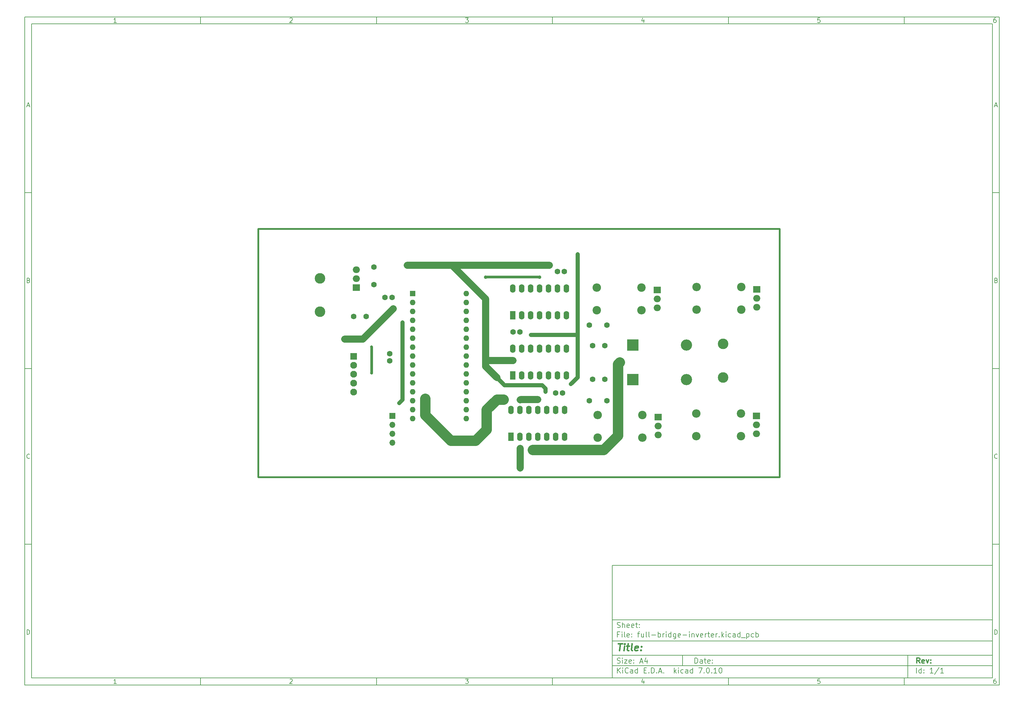
<source format=gbr>
%TF.GenerationSoftware,KiCad,Pcbnew,7.0.10*%
%TF.CreationDate,2024-06-15T06:46:59+07:00*%
%TF.ProjectId,full-bridge-inverter,66756c6c-2d62-4726-9964-67652d696e76,rev?*%
%TF.SameCoordinates,Original*%
%TF.FileFunction,Copper,L1,Top*%
%TF.FilePolarity,Positive*%
%FSLAX46Y46*%
G04 Gerber Fmt 4.6, Leading zero omitted, Abs format (unit mm)*
G04 Created by KiCad (PCBNEW 7.0.10) date 2024-06-15 06:46:59*
%MOMM*%
%LPD*%
G01*
G04 APERTURE LIST*
%ADD10C,0.100000*%
%ADD11C,0.150000*%
%ADD12C,0.300000*%
%ADD13C,0.400000*%
%TA.AperFunction,NonConductor*%
%ADD14C,0.500000*%
%TD*%
%TA.AperFunction,ComponentPad*%
%ADD15C,2.400000*%
%TD*%
%TA.AperFunction,ComponentPad*%
%ADD16O,2.400000X2.400000*%
%TD*%
%TA.AperFunction,ComponentPad*%
%ADD17R,2.000000X1.905000*%
%TD*%
%TA.AperFunction,ComponentPad*%
%ADD18O,2.000000X1.905000*%
%TD*%
%TA.AperFunction,ComponentPad*%
%ADD19C,1.600000*%
%TD*%
%TA.AperFunction,ComponentPad*%
%ADD20R,3.200000X3.200000*%
%TD*%
%TA.AperFunction,ComponentPad*%
%ADD21O,3.200000X3.200000*%
%TD*%
%TA.AperFunction,ComponentPad*%
%ADD22C,3.000000*%
%TD*%
%TA.AperFunction,ComponentPad*%
%ADD23C,1.930400*%
%TD*%
%TA.AperFunction,ComponentPad*%
%ADD24R,1.930400X1.930400*%
%TD*%
%TA.AperFunction,ComponentPad*%
%ADD25R,1.700000X1.700000*%
%TD*%
%TA.AperFunction,ComponentPad*%
%ADD26O,1.700000X1.700000*%
%TD*%
%TA.AperFunction,ComponentPad*%
%ADD27R,1.600000X1.600000*%
%TD*%
%TA.AperFunction,ComponentPad*%
%ADD28O,1.600000X1.600000*%
%TD*%
%TA.AperFunction,ComponentPad*%
%ADD29R,1.600000X2.400000*%
%TD*%
%TA.AperFunction,ComponentPad*%
%ADD30O,1.600000X2.400000*%
%TD*%
%TA.AperFunction,ViaPad*%
%ADD31C,0.800000*%
%TD*%
%TA.AperFunction,ViaPad*%
%ADD32C,1.000000*%
%TD*%
%TA.AperFunction,Conductor*%
%ADD33C,1.200000*%
%TD*%
%TA.AperFunction,Conductor*%
%ADD34C,2.000000*%
%TD*%
%TA.AperFunction,Conductor*%
%ADD35C,0.800000*%
%TD*%
%TA.AperFunction,Conductor*%
%ADD36C,3.000000*%
%TD*%
G04 APERTURE END LIST*
D10*
D11*
X177002200Y-166007200D02*
X285002200Y-166007200D01*
X285002200Y-198007200D01*
X177002200Y-198007200D01*
X177002200Y-166007200D01*
D10*
D11*
X10000000Y-10000000D02*
X287002200Y-10000000D01*
X287002200Y-200007200D01*
X10000000Y-200007200D01*
X10000000Y-10000000D01*
D10*
D11*
X12000000Y-12000000D02*
X285002200Y-12000000D01*
X285002200Y-198007200D01*
X12000000Y-198007200D01*
X12000000Y-12000000D01*
D10*
D11*
X60000000Y-12000000D02*
X60000000Y-10000000D01*
D10*
D11*
X110000000Y-12000000D02*
X110000000Y-10000000D01*
D10*
D11*
X160000000Y-12000000D02*
X160000000Y-10000000D01*
D10*
D11*
X210000000Y-12000000D02*
X210000000Y-10000000D01*
D10*
D11*
X260000000Y-12000000D02*
X260000000Y-10000000D01*
D10*
D11*
X36089160Y-11593604D02*
X35346303Y-11593604D01*
X35717731Y-11593604D02*
X35717731Y-10293604D01*
X35717731Y-10293604D02*
X35593922Y-10479319D01*
X35593922Y-10479319D02*
X35470112Y-10603128D01*
X35470112Y-10603128D02*
X35346303Y-10665033D01*
D10*
D11*
X85346303Y-10417414D02*
X85408207Y-10355509D01*
X85408207Y-10355509D02*
X85532017Y-10293604D01*
X85532017Y-10293604D02*
X85841541Y-10293604D01*
X85841541Y-10293604D02*
X85965350Y-10355509D01*
X85965350Y-10355509D02*
X86027255Y-10417414D01*
X86027255Y-10417414D02*
X86089160Y-10541223D01*
X86089160Y-10541223D02*
X86089160Y-10665033D01*
X86089160Y-10665033D02*
X86027255Y-10850747D01*
X86027255Y-10850747D02*
X85284398Y-11593604D01*
X85284398Y-11593604D02*
X86089160Y-11593604D01*
D10*
D11*
X135284398Y-10293604D02*
X136089160Y-10293604D01*
X136089160Y-10293604D02*
X135655826Y-10788842D01*
X135655826Y-10788842D02*
X135841541Y-10788842D01*
X135841541Y-10788842D02*
X135965350Y-10850747D01*
X135965350Y-10850747D02*
X136027255Y-10912652D01*
X136027255Y-10912652D02*
X136089160Y-11036461D01*
X136089160Y-11036461D02*
X136089160Y-11345985D01*
X136089160Y-11345985D02*
X136027255Y-11469795D01*
X136027255Y-11469795D02*
X135965350Y-11531700D01*
X135965350Y-11531700D02*
X135841541Y-11593604D01*
X135841541Y-11593604D02*
X135470112Y-11593604D01*
X135470112Y-11593604D02*
X135346303Y-11531700D01*
X135346303Y-11531700D02*
X135284398Y-11469795D01*
D10*
D11*
X185965350Y-10726938D02*
X185965350Y-11593604D01*
X185655826Y-10231700D02*
X185346303Y-11160271D01*
X185346303Y-11160271D02*
X186151064Y-11160271D01*
D10*
D11*
X236027255Y-10293604D02*
X235408207Y-10293604D01*
X235408207Y-10293604D02*
X235346303Y-10912652D01*
X235346303Y-10912652D02*
X235408207Y-10850747D01*
X235408207Y-10850747D02*
X235532017Y-10788842D01*
X235532017Y-10788842D02*
X235841541Y-10788842D01*
X235841541Y-10788842D02*
X235965350Y-10850747D01*
X235965350Y-10850747D02*
X236027255Y-10912652D01*
X236027255Y-10912652D02*
X236089160Y-11036461D01*
X236089160Y-11036461D02*
X236089160Y-11345985D01*
X236089160Y-11345985D02*
X236027255Y-11469795D01*
X236027255Y-11469795D02*
X235965350Y-11531700D01*
X235965350Y-11531700D02*
X235841541Y-11593604D01*
X235841541Y-11593604D02*
X235532017Y-11593604D01*
X235532017Y-11593604D02*
X235408207Y-11531700D01*
X235408207Y-11531700D02*
X235346303Y-11469795D01*
D10*
D11*
X285965350Y-10293604D02*
X285717731Y-10293604D01*
X285717731Y-10293604D02*
X285593922Y-10355509D01*
X285593922Y-10355509D02*
X285532017Y-10417414D01*
X285532017Y-10417414D02*
X285408207Y-10603128D01*
X285408207Y-10603128D02*
X285346303Y-10850747D01*
X285346303Y-10850747D02*
X285346303Y-11345985D01*
X285346303Y-11345985D02*
X285408207Y-11469795D01*
X285408207Y-11469795D02*
X285470112Y-11531700D01*
X285470112Y-11531700D02*
X285593922Y-11593604D01*
X285593922Y-11593604D02*
X285841541Y-11593604D01*
X285841541Y-11593604D02*
X285965350Y-11531700D01*
X285965350Y-11531700D02*
X286027255Y-11469795D01*
X286027255Y-11469795D02*
X286089160Y-11345985D01*
X286089160Y-11345985D02*
X286089160Y-11036461D01*
X286089160Y-11036461D02*
X286027255Y-10912652D01*
X286027255Y-10912652D02*
X285965350Y-10850747D01*
X285965350Y-10850747D02*
X285841541Y-10788842D01*
X285841541Y-10788842D02*
X285593922Y-10788842D01*
X285593922Y-10788842D02*
X285470112Y-10850747D01*
X285470112Y-10850747D02*
X285408207Y-10912652D01*
X285408207Y-10912652D02*
X285346303Y-11036461D01*
D10*
D11*
X60000000Y-198007200D02*
X60000000Y-200007200D01*
D10*
D11*
X110000000Y-198007200D02*
X110000000Y-200007200D01*
D10*
D11*
X160000000Y-198007200D02*
X160000000Y-200007200D01*
D10*
D11*
X210000000Y-198007200D02*
X210000000Y-200007200D01*
D10*
D11*
X260000000Y-198007200D02*
X260000000Y-200007200D01*
D10*
D11*
X36089160Y-199600804D02*
X35346303Y-199600804D01*
X35717731Y-199600804D02*
X35717731Y-198300804D01*
X35717731Y-198300804D02*
X35593922Y-198486519D01*
X35593922Y-198486519D02*
X35470112Y-198610328D01*
X35470112Y-198610328D02*
X35346303Y-198672233D01*
D10*
D11*
X85346303Y-198424614D02*
X85408207Y-198362709D01*
X85408207Y-198362709D02*
X85532017Y-198300804D01*
X85532017Y-198300804D02*
X85841541Y-198300804D01*
X85841541Y-198300804D02*
X85965350Y-198362709D01*
X85965350Y-198362709D02*
X86027255Y-198424614D01*
X86027255Y-198424614D02*
X86089160Y-198548423D01*
X86089160Y-198548423D02*
X86089160Y-198672233D01*
X86089160Y-198672233D02*
X86027255Y-198857947D01*
X86027255Y-198857947D02*
X85284398Y-199600804D01*
X85284398Y-199600804D02*
X86089160Y-199600804D01*
D10*
D11*
X135284398Y-198300804D02*
X136089160Y-198300804D01*
X136089160Y-198300804D02*
X135655826Y-198796042D01*
X135655826Y-198796042D02*
X135841541Y-198796042D01*
X135841541Y-198796042D02*
X135965350Y-198857947D01*
X135965350Y-198857947D02*
X136027255Y-198919852D01*
X136027255Y-198919852D02*
X136089160Y-199043661D01*
X136089160Y-199043661D02*
X136089160Y-199353185D01*
X136089160Y-199353185D02*
X136027255Y-199476995D01*
X136027255Y-199476995D02*
X135965350Y-199538900D01*
X135965350Y-199538900D02*
X135841541Y-199600804D01*
X135841541Y-199600804D02*
X135470112Y-199600804D01*
X135470112Y-199600804D02*
X135346303Y-199538900D01*
X135346303Y-199538900D02*
X135284398Y-199476995D01*
D10*
D11*
X185965350Y-198734138D02*
X185965350Y-199600804D01*
X185655826Y-198238900D02*
X185346303Y-199167471D01*
X185346303Y-199167471D02*
X186151064Y-199167471D01*
D10*
D11*
X236027255Y-198300804D02*
X235408207Y-198300804D01*
X235408207Y-198300804D02*
X235346303Y-198919852D01*
X235346303Y-198919852D02*
X235408207Y-198857947D01*
X235408207Y-198857947D02*
X235532017Y-198796042D01*
X235532017Y-198796042D02*
X235841541Y-198796042D01*
X235841541Y-198796042D02*
X235965350Y-198857947D01*
X235965350Y-198857947D02*
X236027255Y-198919852D01*
X236027255Y-198919852D02*
X236089160Y-199043661D01*
X236089160Y-199043661D02*
X236089160Y-199353185D01*
X236089160Y-199353185D02*
X236027255Y-199476995D01*
X236027255Y-199476995D02*
X235965350Y-199538900D01*
X235965350Y-199538900D02*
X235841541Y-199600804D01*
X235841541Y-199600804D02*
X235532017Y-199600804D01*
X235532017Y-199600804D02*
X235408207Y-199538900D01*
X235408207Y-199538900D02*
X235346303Y-199476995D01*
D10*
D11*
X285965350Y-198300804D02*
X285717731Y-198300804D01*
X285717731Y-198300804D02*
X285593922Y-198362709D01*
X285593922Y-198362709D02*
X285532017Y-198424614D01*
X285532017Y-198424614D02*
X285408207Y-198610328D01*
X285408207Y-198610328D02*
X285346303Y-198857947D01*
X285346303Y-198857947D02*
X285346303Y-199353185D01*
X285346303Y-199353185D02*
X285408207Y-199476995D01*
X285408207Y-199476995D02*
X285470112Y-199538900D01*
X285470112Y-199538900D02*
X285593922Y-199600804D01*
X285593922Y-199600804D02*
X285841541Y-199600804D01*
X285841541Y-199600804D02*
X285965350Y-199538900D01*
X285965350Y-199538900D02*
X286027255Y-199476995D01*
X286027255Y-199476995D02*
X286089160Y-199353185D01*
X286089160Y-199353185D02*
X286089160Y-199043661D01*
X286089160Y-199043661D02*
X286027255Y-198919852D01*
X286027255Y-198919852D02*
X285965350Y-198857947D01*
X285965350Y-198857947D02*
X285841541Y-198796042D01*
X285841541Y-198796042D02*
X285593922Y-198796042D01*
X285593922Y-198796042D02*
X285470112Y-198857947D01*
X285470112Y-198857947D02*
X285408207Y-198919852D01*
X285408207Y-198919852D02*
X285346303Y-199043661D01*
D10*
D11*
X10000000Y-60000000D02*
X12000000Y-60000000D01*
D10*
D11*
X10000000Y-110000000D02*
X12000000Y-110000000D01*
D10*
D11*
X10000000Y-160000000D02*
X12000000Y-160000000D01*
D10*
D11*
X10690476Y-35222176D02*
X11309523Y-35222176D01*
X10566666Y-35593604D02*
X10999999Y-34293604D01*
X10999999Y-34293604D02*
X11433333Y-35593604D01*
D10*
D11*
X11092857Y-84912652D02*
X11278571Y-84974557D01*
X11278571Y-84974557D02*
X11340476Y-85036461D01*
X11340476Y-85036461D02*
X11402380Y-85160271D01*
X11402380Y-85160271D02*
X11402380Y-85345985D01*
X11402380Y-85345985D02*
X11340476Y-85469795D01*
X11340476Y-85469795D02*
X11278571Y-85531700D01*
X11278571Y-85531700D02*
X11154761Y-85593604D01*
X11154761Y-85593604D02*
X10659523Y-85593604D01*
X10659523Y-85593604D02*
X10659523Y-84293604D01*
X10659523Y-84293604D02*
X11092857Y-84293604D01*
X11092857Y-84293604D02*
X11216666Y-84355509D01*
X11216666Y-84355509D02*
X11278571Y-84417414D01*
X11278571Y-84417414D02*
X11340476Y-84541223D01*
X11340476Y-84541223D02*
X11340476Y-84665033D01*
X11340476Y-84665033D02*
X11278571Y-84788842D01*
X11278571Y-84788842D02*
X11216666Y-84850747D01*
X11216666Y-84850747D02*
X11092857Y-84912652D01*
X11092857Y-84912652D02*
X10659523Y-84912652D01*
D10*
D11*
X11402380Y-135469795D02*
X11340476Y-135531700D01*
X11340476Y-135531700D02*
X11154761Y-135593604D01*
X11154761Y-135593604D02*
X11030952Y-135593604D01*
X11030952Y-135593604D02*
X10845238Y-135531700D01*
X10845238Y-135531700D02*
X10721428Y-135407890D01*
X10721428Y-135407890D02*
X10659523Y-135284080D01*
X10659523Y-135284080D02*
X10597619Y-135036461D01*
X10597619Y-135036461D02*
X10597619Y-134850747D01*
X10597619Y-134850747D02*
X10659523Y-134603128D01*
X10659523Y-134603128D02*
X10721428Y-134479319D01*
X10721428Y-134479319D02*
X10845238Y-134355509D01*
X10845238Y-134355509D02*
X11030952Y-134293604D01*
X11030952Y-134293604D02*
X11154761Y-134293604D01*
X11154761Y-134293604D02*
X11340476Y-134355509D01*
X11340476Y-134355509D02*
X11402380Y-134417414D01*
D10*
D11*
X10659523Y-185593604D02*
X10659523Y-184293604D01*
X10659523Y-184293604D02*
X10969047Y-184293604D01*
X10969047Y-184293604D02*
X11154761Y-184355509D01*
X11154761Y-184355509D02*
X11278571Y-184479319D01*
X11278571Y-184479319D02*
X11340476Y-184603128D01*
X11340476Y-184603128D02*
X11402380Y-184850747D01*
X11402380Y-184850747D02*
X11402380Y-185036461D01*
X11402380Y-185036461D02*
X11340476Y-185284080D01*
X11340476Y-185284080D02*
X11278571Y-185407890D01*
X11278571Y-185407890D02*
X11154761Y-185531700D01*
X11154761Y-185531700D02*
X10969047Y-185593604D01*
X10969047Y-185593604D02*
X10659523Y-185593604D01*
D10*
D11*
X287002200Y-60000000D02*
X285002200Y-60000000D01*
D10*
D11*
X287002200Y-110000000D02*
X285002200Y-110000000D01*
D10*
D11*
X287002200Y-160000000D02*
X285002200Y-160000000D01*
D10*
D11*
X285692676Y-35222176D02*
X286311723Y-35222176D01*
X285568866Y-35593604D02*
X286002199Y-34293604D01*
X286002199Y-34293604D02*
X286435533Y-35593604D01*
D10*
D11*
X286095057Y-84912652D02*
X286280771Y-84974557D01*
X286280771Y-84974557D02*
X286342676Y-85036461D01*
X286342676Y-85036461D02*
X286404580Y-85160271D01*
X286404580Y-85160271D02*
X286404580Y-85345985D01*
X286404580Y-85345985D02*
X286342676Y-85469795D01*
X286342676Y-85469795D02*
X286280771Y-85531700D01*
X286280771Y-85531700D02*
X286156961Y-85593604D01*
X286156961Y-85593604D02*
X285661723Y-85593604D01*
X285661723Y-85593604D02*
X285661723Y-84293604D01*
X285661723Y-84293604D02*
X286095057Y-84293604D01*
X286095057Y-84293604D02*
X286218866Y-84355509D01*
X286218866Y-84355509D02*
X286280771Y-84417414D01*
X286280771Y-84417414D02*
X286342676Y-84541223D01*
X286342676Y-84541223D02*
X286342676Y-84665033D01*
X286342676Y-84665033D02*
X286280771Y-84788842D01*
X286280771Y-84788842D02*
X286218866Y-84850747D01*
X286218866Y-84850747D02*
X286095057Y-84912652D01*
X286095057Y-84912652D02*
X285661723Y-84912652D01*
D10*
D11*
X286404580Y-135469795D02*
X286342676Y-135531700D01*
X286342676Y-135531700D02*
X286156961Y-135593604D01*
X286156961Y-135593604D02*
X286033152Y-135593604D01*
X286033152Y-135593604D02*
X285847438Y-135531700D01*
X285847438Y-135531700D02*
X285723628Y-135407890D01*
X285723628Y-135407890D02*
X285661723Y-135284080D01*
X285661723Y-135284080D02*
X285599819Y-135036461D01*
X285599819Y-135036461D02*
X285599819Y-134850747D01*
X285599819Y-134850747D02*
X285661723Y-134603128D01*
X285661723Y-134603128D02*
X285723628Y-134479319D01*
X285723628Y-134479319D02*
X285847438Y-134355509D01*
X285847438Y-134355509D02*
X286033152Y-134293604D01*
X286033152Y-134293604D02*
X286156961Y-134293604D01*
X286156961Y-134293604D02*
X286342676Y-134355509D01*
X286342676Y-134355509D02*
X286404580Y-134417414D01*
D10*
D11*
X285661723Y-185593604D02*
X285661723Y-184293604D01*
X285661723Y-184293604D02*
X285971247Y-184293604D01*
X285971247Y-184293604D02*
X286156961Y-184355509D01*
X286156961Y-184355509D02*
X286280771Y-184479319D01*
X286280771Y-184479319D02*
X286342676Y-184603128D01*
X286342676Y-184603128D02*
X286404580Y-184850747D01*
X286404580Y-184850747D02*
X286404580Y-185036461D01*
X286404580Y-185036461D02*
X286342676Y-185284080D01*
X286342676Y-185284080D02*
X286280771Y-185407890D01*
X286280771Y-185407890D02*
X286156961Y-185531700D01*
X286156961Y-185531700D02*
X285971247Y-185593604D01*
X285971247Y-185593604D02*
X285661723Y-185593604D01*
D10*
D11*
X200458026Y-193793328D02*
X200458026Y-192293328D01*
X200458026Y-192293328D02*
X200815169Y-192293328D01*
X200815169Y-192293328D02*
X201029455Y-192364757D01*
X201029455Y-192364757D02*
X201172312Y-192507614D01*
X201172312Y-192507614D02*
X201243741Y-192650471D01*
X201243741Y-192650471D02*
X201315169Y-192936185D01*
X201315169Y-192936185D02*
X201315169Y-193150471D01*
X201315169Y-193150471D02*
X201243741Y-193436185D01*
X201243741Y-193436185D02*
X201172312Y-193579042D01*
X201172312Y-193579042D02*
X201029455Y-193721900D01*
X201029455Y-193721900D02*
X200815169Y-193793328D01*
X200815169Y-193793328D02*
X200458026Y-193793328D01*
X202600884Y-193793328D02*
X202600884Y-193007614D01*
X202600884Y-193007614D02*
X202529455Y-192864757D01*
X202529455Y-192864757D02*
X202386598Y-192793328D01*
X202386598Y-192793328D02*
X202100884Y-192793328D01*
X202100884Y-192793328D02*
X201958026Y-192864757D01*
X202600884Y-193721900D02*
X202458026Y-193793328D01*
X202458026Y-193793328D02*
X202100884Y-193793328D01*
X202100884Y-193793328D02*
X201958026Y-193721900D01*
X201958026Y-193721900D02*
X201886598Y-193579042D01*
X201886598Y-193579042D02*
X201886598Y-193436185D01*
X201886598Y-193436185D02*
X201958026Y-193293328D01*
X201958026Y-193293328D02*
X202100884Y-193221900D01*
X202100884Y-193221900D02*
X202458026Y-193221900D01*
X202458026Y-193221900D02*
X202600884Y-193150471D01*
X203100884Y-192793328D02*
X203672312Y-192793328D01*
X203315169Y-192293328D02*
X203315169Y-193579042D01*
X203315169Y-193579042D02*
X203386598Y-193721900D01*
X203386598Y-193721900D02*
X203529455Y-193793328D01*
X203529455Y-193793328D02*
X203672312Y-193793328D01*
X204743741Y-193721900D02*
X204600884Y-193793328D01*
X204600884Y-193793328D02*
X204315170Y-193793328D01*
X204315170Y-193793328D02*
X204172312Y-193721900D01*
X204172312Y-193721900D02*
X204100884Y-193579042D01*
X204100884Y-193579042D02*
X204100884Y-193007614D01*
X204100884Y-193007614D02*
X204172312Y-192864757D01*
X204172312Y-192864757D02*
X204315170Y-192793328D01*
X204315170Y-192793328D02*
X204600884Y-192793328D01*
X204600884Y-192793328D02*
X204743741Y-192864757D01*
X204743741Y-192864757D02*
X204815170Y-193007614D01*
X204815170Y-193007614D02*
X204815170Y-193150471D01*
X204815170Y-193150471D02*
X204100884Y-193293328D01*
X205458026Y-193650471D02*
X205529455Y-193721900D01*
X205529455Y-193721900D02*
X205458026Y-193793328D01*
X205458026Y-193793328D02*
X205386598Y-193721900D01*
X205386598Y-193721900D02*
X205458026Y-193650471D01*
X205458026Y-193650471D02*
X205458026Y-193793328D01*
X205458026Y-192864757D02*
X205529455Y-192936185D01*
X205529455Y-192936185D02*
X205458026Y-193007614D01*
X205458026Y-193007614D02*
X205386598Y-192936185D01*
X205386598Y-192936185D02*
X205458026Y-192864757D01*
X205458026Y-192864757D02*
X205458026Y-193007614D01*
D10*
D11*
X177002200Y-194507200D02*
X285002200Y-194507200D01*
D10*
D11*
X178458026Y-196593328D02*
X178458026Y-195093328D01*
X179315169Y-196593328D02*
X178672312Y-195736185D01*
X179315169Y-195093328D02*
X178458026Y-195950471D01*
X179958026Y-196593328D02*
X179958026Y-195593328D01*
X179958026Y-195093328D02*
X179886598Y-195164757D01*
X179886598Y-195164757D02*
X179958026Y-195236185D01*
X179958026Y-195236185D02*
X180029455Y-195164757D01*
X180029455Y-195164757D02*
X179958026Y-195093328D01*
X179958026Y-195093328D02*
X179958026Y-195236185D01*
X181529455Y-196450471D02*
X181458027Y-196521900D01*
X181458027Y-196521900D02*
X181243741Y-196593328D01*
X181243741Y-196593328D02*
X181100884Y-196593328D01*
X181100884Y-196593328D02*
X180886598Y-196521900D01*
X180886598Y-196521900D02*
X180743741Y-196379042D01*
X180743741Y-196379042D02*
X180672312Y-196236185D01*
X180672312Y-196236185D02*
X180600884Y-195950471D01*
X180600884Y-195950471D02*
X180600884Y-195736185D01*
X180600884Y-195736185D02*
X180672312Y-195450471D01*
X180672312Y-195450471D02*
X180743741Y-195307614D01*
X180743741Y-195307614D02*
X180886598Y-195164757D01*
X180886598Y-195164757D02*
X181100884Y-195093328D01*
X181100884Y-195093328D02*
X181243741Y-195093328D01*
X181243741Y-195093328D02*
X181458027Y-195164757D01*
X181458027Y-195164757D02*
X181529455Y-195236185D01*
X182815170Y-196593328D02*
X182815170Y-195807614D01*
X182815170Y-195807614D02*
X182743741Y-195664757D01*
X182743741Y-195664757D02*
X182600884Y-195593328D01*
X182600884Y-195593328D02*
X182315170Y-195593328D01*
X182315170Y-195593328D02*
X182172312Y-195664757D01*
X182815170Y-196521900D02*
X182672312Y-196593328D01*
X182672312Y-196593328D02*
X182315170Y-196593328D01*
X182315170Y-196593328D02*
X182172312Y-196521900D01*
X182172312Y-196521900D02*
X182100884Y-196379042D01*
X182100884Y-196379042D02*
X182100884Y-196236185D01*
X182100884Y-196236185D02*
X182172312Y-196093328D01*
X182172312Y-196093328D02*
X182315170Y-196021900D01*
X182315170Y-196021900D02*
X182672312Y-196021900D01*
X182672312Y-196021900D02*
X182815170Y-195950471D01*
X184172313Y-196593328D02*
X184172313Y-195093328D01*
X184172313Y-196521900D02*
X184029455Y-196593328D01*
X184029455Y-196593328D02*
X183743741Y-196593328D01*
X183743741Y-196593328D02*
X183600884Y-196521900D01*
X183600884Y-196521900D02*
X183529455Y-196450471D01*
X183529455Y-196450471D02*
X183458027Y-196307614D01*
X183458027Y-196307614D02*
X183458027Y-195879042D01*
X183458027Y-195879042D02*
X183529455Y-195736185D01*
X183529455Y-195736185D02*
X183600884Y-195664757D01*
X183600884Y-195664757D02*
X183743741Y-195593328D01*
X183743741Y-195593328D02*
X184029455Y-195593328D01*
X184029455Y-195593328D02*
X184172313Y-195664757D01*
X186029455Y-195807614D02*
X186529455Y-195807614D01*
X186743741Y-196593328D02*
X186029455Y-196593328D01*
X186029455Y-196593328D02*
X186029455Y-195093328D01*
X186029455Y-195093328D02*
X186743741Y-195093328D01*
X187386598Y-196450471D02*
X187458027Y-196521900D01*
X187458027Y-196521900D02*
X187386598Y-196593328D01*
X187386598Y-196593328D02*
X187315170Y-196521900D01*
X187315170Y-196521900D02*
X187386598Y-196450471D01*
X187386598Y-196450471D02*
X187386598Y-196593328D01*
X188100884Y-196593328D02*
X188100884Y-195093328D01*
X188100884Y-195093328D02*
X188458027Y-195093328D01*
X188458027Y-195093328D02*
X188672313Y-195164757D01*
X188672313Y-195164757D02*
X188815170Y-195307614D01*
X188815170Y-195307614D02*
X188886599Y-195450471D01*
X188886599Y-195450471D02*
X188958027Y-195736185D01*
X188958027Y-195736185D02*
X188958027Y-195950471D01*
X188958027Y-195950471D02*
X188886599Y-196236185D01*
X188886599Y-196236185D02*
X188815170Y-196379042D01*
X188815170Y-196379042D02*
X188672313Y-196521900D01*
X188672313Y-196521900D02*
X188458027Y-196593328D01*
X188458027Y-196593328D02*
X188100884Y-196593328D01*
X189600884Y-196450471D02*
X189672313Y-196521900D01*
X189672313Y-196521900D02*
X189600884Y-196593328D01*
X189600884Y-196593328D02*
X189529456Y-196521900D01*
X189529456Y-196521900D02*
X189600884Y-196450471D01*
X189600884Y-196450471D02*
X189600884Y-196593328D01*
X190243742Y-196164757D02*
X190958028Y-196164757D01*
X190100885Y-196593328D02*
X190600885Y-195093328D01*
X190600885Y-195093328D02*
X191100885Y-196593328D01*
X191600884Y-196450471D02*
X191672313Y-196521900D01*
X191672313Y-196521900D02*
X191600884Y-196593328D01*
X191600884Y-196593328D02*
X191529456Y-196521900D01*
X191529456Y-196521900D02*
X191600884Y-196450471D01*
X191600884Y-196450471D02*
X191600884Y-196593328D01*
X194600884Y-196593328D02*
X194600884Y-195093328D01*
X194743742Y-196021900D02*
X195172313Y-196593328D01*
X195172313Y-195593328D02*
X194600884Y-196164757D01*
X195815170Y-196593328D02*
X195815170Y-195593328D01*
X195815170Y-195093328D02*
X195743742Y-195164757D01*
X195743742Y-195164757D02*
X195815170Y-195236185D01*
X195815170Y-195236185D02*
X195886599Y-195164757D01*
X195886599Y-195164757D02*
X195815170Y-195093328D01*
X195815170Y-195093328D02*
X195815170Y-195236185D01*
X197172314Y-196521900D02*
X197029456Y-196593328D01*
X197029456Y-196593328D02*
X196743742Y-196593328D01*
X196743742Y-196593328D02*
X196600885Y-196521900D01*
X196600885Y-196521900D02*
X196529456Y-196450471D01*
X196529456Y-196450471D02*
X196458028Y-196307614D01*
X196458028Y-196307614D02*
X196458028Y-195879042D01*
X196458028Y-195879042D02*
X196529456Y-195736185D01*
X196529456Y-195736185D02*
X196600885Y-195664757D01*
X196600885Y-195664757D02*
X196743742Y-195593328D01*
X196743742Y-195593328D02*
X197029456Y-195593328D01*
X197029456Y-195593328D02*
X197172314Y-195664757D01*
X198458028Y-196593328D02*
X198458028Y-195807614D01*
X198458028Y-195807614D02*
X198386599Y-195664757D01*
X198386599Y-195664757D02*
X198243742Y-195593328D01*
X198243742Y-195593328D02*
X197958028Y-195593328D01*
X197958028Y-195593328D02*
X197815170Y-195664757D01*
X198458028Y-196521900D02*
X198315170Y-196593328D01*
X198315170Y-196593328D02*
X197958028Y-196593328D01*
X197958028Y-196593328D02*
X197815170Y-196521900D01*
X197815170Y-196521900D02*
X197743742Y-196379042D01*
X197743742Y-196379042D02*
X197743742Y-196236185D01*
X197743742Y-196236185D02*
X197815170Y-196093328D01*
X197815170Y-196093328D02*
X197958028Y-196021900D01*
X197958028Y-196021900D02*
X198315170Y-196021900D01*
X198315170Y-196021900D02*
X198458028Y-195950471D01*
X199815171Y-196593328D02*
X199815171Y-195093328D01*
X199815171Y-196521900D02*
X199672313Y-196593328D01*
X199672313Y-196593328D02*
X199386599Y-196593328D01*
X199386599Y-196593328D02*
X199243742Y-196521900D01*
X199243742Y-196521900D02*
X199172313Y-196450471D01*
X199172313Y-196450471D02*
X199100885Y-196307614D01*
X199100885Y-196307614D02*
X199100885Y-195879042D01*
X199100885Y-195879042D02*
X199172313Y-195736185D01*
X199172313Y-195736185D02*
X199243742Y-195664757D01*
X199243742Y-195664757D02*
X199386599Y-195593328D01*
X199386599Y-195593328D02*
X199672313Y-195593328D01*
X199672313Y-195593328D02*
X199815171Y-195664757D01*
X201529456Y-195093328D02*
X202529456Y-195093328D01*
X202529456Y-195093328D02*
X201886599Y-196593328D01*
X203100884Y-196450471D02*
X203172313Y-196521900D01*
X203172313Y-196521900D02*
X203100884Y-196593328D01*
X203100884Y-196593328D02*
X203029456Y-196521900D01*
X203029456Y-196521900D02*
X203100884Y-196450471D01*
X203100884Y-196450471D02*
X203100884Y-196593328D01*
X204100885Y-195093328D02*
X204243742Y-195093328D01*
X204243742Y-195093328D02*
X204386599Y-195164757D01*
X204386599Y-195164757D02*
X204458028Y-195236185D01*
X204458028Y-195236185D02*
X204529456Y-195379042D01*
X204529456Y-195379042D02*
X204600885Y-195664757D01*
X204600885Y-195664757D02*
X204600885Y-196021900D01*
X204600885Y-196021900D02*
X204529456Y-196307614D01*
X204529456Y-196307614D02*
X204458028Y-196450471D01*
X204458028Y-196450471D02*
X204386599Y-196521900D01*
X204386599Y-196521900D02*
X204243742Y-196593328D01*
X204243742Y-196593328D02*
X204100885Y-196593328D01*
X204100885Y-196593328D02*
X203958028Y-196521900D01*
X203958028Y-196521900D02*
X203886599Y-196450471D01*
X203886599Y-196450471D02*
X203815170Y-196307614D01*
X203815170Y-196307614D02*
X203743742Y-196021900D01*
X203743742Y-196021900D02*
X203743742Y-195664757D01*
X203743742Y-195664757D02*
X203815170Y-195379042D01*
X203815170Y-195379042D02*
X203886599Y-195236185D01*
X203886599Y-195236185D02*
X203958028Y-195164757D01*
X203958028Y-195164757D02*
X204100885Y-195093328D01*
X205243741Y-196450471D02*
X205315170Y-196521900D01*
X205315170Y-196521900D02*
X205243741Y-196593328D01*
X205243741Y-196593328D02*
X205172313Y-196521900D01*
X205172313Y-196521900D02*
X205243741Y-196450471D01*
X205243741Y-196450471D02*
X205243741Y-196593328D01*
X206743742Y-196593328D02*
X205886599Y-196593328D01*
X206315170Y-196593328D02*
X206315170Y-195093328D01*
X206315170Y-195093328D02*
X206172313Y-195307614D01*
X206172313Y-195307614D02*
X206029456Y-195450471D01*
X206029456Y-195450471D02*
X205886599Y-195521900D01*
X207672313Y-195093328D02*
X207815170Y-195093328D01*
X207815170Y-195093328D02*
X207958027Y-195164757D01*
X207958027Y-195164757D02*
X208029456Y-195236185D01*
X208029456Y-195236185D02*
X208100884Y-195379042D01*
X208100884Y-195379042D02*
X208172313Y-195664757D01*
X208172313Y-195664757D02*
X208172313Y-196021900D01*
X208172313Y-196021900D02*
X208100884Y-196307614D01*
X208100884Y-196307614D02*
X208029456Y-196450471D01*
X208029456Y-196450471D02*
X207958027Y-196521900D01*
X207958027Y-196521900D02*
X207815170Y-196593328D01*
X207815170Y-196593328D02*
X207672313Y-196593328D01*
X207672313Y-196593328D02*
X207529456Y-196521900D01*
X207529456Y-196521900D02*
X207458027Y-196450471D01*
X207458027Y-196450471D02*
X207386598Y-196307614D01*
X207386598Y-196307614D02*
X207315170Y-196021900D01*
X207315170Y-196021900D02*
X207315170Y-195664757D01*
X207315170Y-195664757D02*
X207386598Y-195379042D01*
X207386598Y-195379042D02*
X207458027Y-195236185D01*
X207458027Y-195236185D02*
X207529456Y-195164757D01*
X207529456Y-195164757D02*
X207672313Y-195093328D01*
D10*
D11*
X177002200Y-191507200D02*
X285002200Y-191507200D01*
D10*
D12*
X264413853Y-193785528D02*
X263913853Y-193071242D01*
X263556710Y-193785528D02*
X263556710Y-192285528D01*
X263556710Y-192285528D02*
X264128139Y-192285528D01*
X264128139Y-192285528D02*
X264270996Y-192356957D01*
X264270996Y-192356957D02*
X264342425Y-192428385D01*
X264342425Y-192428385D02*
X264413853Y-192571242D01*
X264413853Y-192571242D02*
X264413853Y-192785528D01*
X264413853Y-192785528D02*
X264342425Y-192928385D01*
X264342425Y-192928385D02*
X264270996Y-192999814D01*
X264270996Y-192999814D02*
X264128139Y-193071242D01*
X264128139Y-193071242D02*
X263556710Y-193071242D01*
X265628139Y-193714100D02*
X265485282Y-193785528D01*
X265485282Y-193785528D02*
X265199568Y-193785528D01*
X265199568Y-193785528D02*
X265056710Y-193714100D01*
X265056710Y-193714100D02*
X264985282Y-193571242D01*
X264985282Y-193571242D02*
X264985282Y-192999814D01*
X264985282Y-192999814D02*
X265056710Y-192856957D01*
X265056710Y-192856957D02*
X265199568Y-192785528D01*
X265199568Y-192785528D02*
X265485282Y-192785528D01*
X265485282Y-192785528D02*
X265628139Y-192856957D01*
X265628139Y-192856957D02*
X265699568Y-192999814D01*
X265699568Y-192999814D02*
X265699568Y-193142671D01*
X265699568Y-193142671D02*
X264985282Y-193285528D01*
X266199567Y-192785528D02*
X266556710Y-193785528D01*
X266556710Y-193785528D02*
X266913853Y-192785528D01*
X267485281Y-193642671D02*
X267556710Y-193714100D01*
X267556710Y-193714100D02*
X267485281Y-193785528D01*
X267485281Y-193785528D02*
X267413853Y-193714100D01*
X267413853Y-193714100D02*
X267485281Y-193642671D01*
X267485281Y-193642671D02*
X267485281Y-193785528D01*
X267485281Y-192856957D02*
X267556710Y-192928385D01*
X267556710Y-192928385D02*
X267485281Y-192999814D01*
X267485281Y-192999814D02*
X267413853Y-192928385D01*
X267413853Y-192928385D02*
X267485281Y-192856957D01*
X267485281Y-192856957D02*
X267485281Y-192999814D01*
D10*
D11*
X178386598Y-193721900D02*
X178600884Y-193793328D01*
X178600884Y-193793328D02*
X178958026Y-193793328D01*
X178958026Y-193793328D02*
X179100884Y-193721900D01*
X179100884Y-193721900D02*
X179172312Y-193650471D01*
X179172312Y-193650471D02*
X179243741Y-193507614D01*
X179243741Y-193507614D02*
X179243741Y-193364757D01*
X179243741Y-193364757D02*
X179172312Y-193221900D01*
X179172312Y-193221900D02*
X179100884Y-193150471D01*
X179100884Y-193150471D02*
X178958026Y-193079042D01*
X178958026Y-193079042D02*
X178672312Y-193007614D01*
X178672312Y-193007614D02*
X178529455Y-192936185D01*
X178529455Y-192936185D02*
X178458026Y-192864757D01*
X178458026Y-192864757D02*
X178386598Y-192721900D01*
X178386598Y-192721900D02*
X178386598Y-192579042D01*
X178386598Y-192579042D02*
X178458026Y-192436185D01*
X178458026Y-192436185D02*
X178529455Y-192364757D01*
X178529455Y-192364757D02*
X178672312Y-192293328D01*
X178672312Y-192293328D02*
X179029455Y-192293328D01*
X179029455Y-192293328D02*
X179243741Y-192364757D01*
X179886597Y-193793328D02*
X179886597Y-192793328D01*
X179886597Y-192293328D02*
X179815169Y-192364757D01*
X179815169Y-192364757D02*
X179886597Y-192436185D01*
X179886597Y-192436185D02*
X179958026Y-192364757D01*
X179958026Y-192364757D02*
X179886597Y-192293328D01*
X179886597Y-192293328D02*
X179886597Y-192436185D01*
X180458026Y-192793328D02*
X181243741Y-192793328D01*
X181243741Y-192793328D02*
X180458026Y-193793328D01*
X180458026Y-193793328D02*
X181243741Y-193793328D01*
X182386598Y-193721900D02*
X182243741Y-193793328D01*
X182243741Y-193793328D02*
X181958027Y-193793328D01*
X181958027Y-193793328D02*
X181815169Y-193721900D01*
X181815169Y-193721900D02*
X181743741Y-193579042D01*
X181743741Y-193579042D02*
X181743741Y-193007614D01*
X181743741Y-193007614D02*
X181815169Y-192864757D01*
X181815169Y-192864757D02*
X181958027Y-192793328D01*
X181958027Y-192793328D02*
X182243741Y-192793328D01*
X182243741Y-192793328D02*
X182386598Y-192864757D01*
X182386598Y-192864757D02*
X182458027Y-193007614D01*
X182458027Y-193007614D02*
X182458027Y-193150471D01*
X182458027Y-193150471D02*
X181743741Y-193293328D01*
X183100883Y-193650471D02*
X183172312Y-193721900D01*
X183172312Y-193721900D02*
X183100883Y-193793328D01*
X183100883Y-193793328D02*
X183029455Y-193721900D01*
X183029455Y-193721900D02*
X183100883Y-193650471D01*
X183100883Y-193650471D02*
X183100883Y-193793328D01*
X183100883Y-192864757D02*
X183172312Y-192936185D01*
X183172312Y-192936185D02*
X183100883Y-193007614D01*
X183100883Y-193007614D02*
X183029455Y-192936185D01*
X183029455Y-192936185D02*
X183100883Y-192864757D01*
X183100883Y-192864757D02*
X183100883Y-193007614D01*
X184886598Y-193364757D02*
X185600884Y-193364757D01*
X184743741Y-193793328D02*
X185243741Y-192293328D01*
X185243741Y-192293328D02*
X185743741Y-193793328D01*
X186886598Y-192793328D02*
X186886598Y-193793328D01*
X186529455Y-192221900D02*
X186172312Y-193293328D01*
X186172312Y-193293328D02*
X187100883Y-193293328D01*
D10*
D11*
X263458026Y-196593328D02*
X263458026Y-195093328D01*
X264815170Y-196593328D02*
X264815170Y-195093328D01*
X264815170Y-196521900D02*
X264672312Y-196593328D01*
X264672312Y-196593328D02*
X264386598Y-196593328D01*
X264386598Y-196593328D02*
X264243741Y-196521900D01*
X264243741Y-196521900D02*
X264172312Y-196450471D01*
X264172312Y-196450471D02*
X264100884Y-196307614D01*
X264100884Y-196307614D02*
X264100884Y-195879042D01*
X264100884Y-195879042D02*
X264172312Y-195736185D01*
X264172312Y-195736185D02*
X264243741Y-195664757D01*
X264243741Y-195664757D02*
X264386598Y-195593328D01*
X264386598Y-195593328D02*
X264672312Y-195593328D01*
X264672312Y-195593328D02*
X264815170Y-195664757D01*
X265529455Y-196450471D02*
X265600884Y-196521900D01*
X265600884Y-196521900D02*
X265529455Y-196593328D01*
X265529455Y-196593328D02*
X265458027Y-196521900D01*
X265458027Y-196521900D02*
X265529455Y-196450471D01*
X265529455Y-196450471D02*
X265529455Y-196593328D01*
X265529455Y-195664757D02*
X265600884Y-195736185D01*
X265600884Y-195736185D02*
X265529455Y-195807614D01*
X265529455Y-195807614D02*
X265458027Y-195736185D01*
X265458027Y-195736185D02*
X265529455Y-195664757D01*
X265529455Y-195664757D02*
X265529455Y-195807614D01*
X268172313Y-196593328D02*
X267315170Y-196593328D01*
X267743741Y-196593328D02*
X267743741Y-195093328D01*
X267743741Y-195093328D02*
X267600884Y-195307614D01*
X267600884Y-195307614D02*
X267458027Y-195450471D01*
X267458027Y-195450471D02*
X267315170Y-195521900D01*
X269886598Y-195021900D02*
X268600884Y-196950471D01*
X271172313Y-196593328D02*
X270315170Y-196593328D01*
X270743741Y-196593328D02*
X270743741Y-195093328D01*
X270743741Y-195093328D02*
X270600884Y-195307614D01*
X270600884Y-195307614D02*
X270458027Y-195450471D01*
X270458027Y-195450471D02*
X270315170Y-195521900D01*
D10*
D11*
X177002200Y-187507200D02*
X285002200Y-187507200D01*
D10*
D13*
X178693928Y-188211638D02*
X179836785Y-188211638D01*
X179015357Y-190211638D02*
X179265357Y-188211638D01*
X180253452Y-190211638D02*
X180420119Y-188878304D01*
X180503452Y-188211638D02*
X180396309Y-188306876D01*
X180396309Y-188306876D02*
X180479643Y-188402114D01*
X180479643Y-188402114D02*
X180586786Y-188306876D01*
X180586786Y-188306876D02*
X180503452Y-188211638D01*
X180503452Y-188211638D02*
X180479643Y-188402114D01*
X181086786Y-188878304D02*
X181848690Y-188878304D01*
X181455833Y-188211638D02*
X181241548Y-189925923D01*
X181241548Y-189925923D02*
X181312976Y-190116400D01*
X181312976Y-190116400D02*
X181491548Y-190211638D01*
X181491548Y-190211638D02*
X181682024Y-190211638D01*
X182634405Y-190211638D02*
X182455833Y-190116400D01*
X182455833Y-190116400D02*
X182384405Y-189925923D01*
X182384405Y-189925923D02*
X182598690Y-188211638D01*
X184170119Y-190116400D02*
X183967738Y-190211638D01*
X183967738Y-190211638D02*
X183586785Y-190211638D01*
X183586785Y-190211638D02*
X183408214Y-190116400D01*
X183408214Y-190116400D02*
X183336785Y-189925923D01*
X183336785Y-189925923D02*
X183432024Y-189164019D01*
X183432024Y-189164019D02*
X183551071Y-188973542D01*
X183551071Y-188973542D02*
X183753452Y-188878304D01*
X183753452Y-188878304D02*
X184134404Y-188878304D01*
X184134404Y-188878304D02*
X184312976Y-188973542D01*
X184312976Y-188973542D02*
X184384404Y-189164019D01*
X184384404Y-189164019D02*
X184360595Y-189354495D01*
X184360595Y-189354495D02*
X183384404Y-189544971D01*
X185134405Y-190021161D02*
X185217738Y-190116400D01*
X185217738Y-190116400D02*
X185110595Y-190211638D01*
X185110595Y-190211638D02*
X185027262Y-190116400D01*
X185027262Y-190116400D02*
X185134405Y-190021161D01*
X185134405Y-190021161D02*
X185110595Y-190211638D01*
X185265357Y-188973542D02*
X185348690Y-189068780D01*
X185348690Y-189068780D02*
X185241548Y-189164019D01*
X185241548Y-189164019D02*
X185158214Y-189068780D01*
X185158214Y-189068780D02*
X185265357Y-188973542D01*
X185265357Y-188973542D02*
X185241548Y-189164019D01*
D10*
D11*
X178958026Y-185607614D02*
X178458026Y-185607614D01*
X178458026Y-186393328D02*
X178458026Y-184893328D01*
X178458026Y-184893328D02*
X179172312Y-184893328D01*
X179743740Y-186393328D02*
X179743740Y-185393328D01*
X179743740Y-184893328D02*
X179672312Y-184964757D01*
X179672312Y-184964757D02*
X179743740Y-185036185D01*
X179743740Y-185036185D02*
X179815169Y-184964757D01*
X179815169Y-184964757D02*
X179743740Y-184893328D01*
X179743740Y-184893328D02*
X179743740Y-185036185D01*
X180672312Y-186393328D02*
X180529455Y-186321900D01*
X180529455Y-186321900D02*
X180458026Y-186179042D01*
X180458026Y-186179042D02*
X180458026Y-184893328D01*
X181815169Y-186321900D02*
X181672312Y-186393328D01*
X181672312Y-186393328D02*
X181386598Y-186393328D01*
X181386598Y-186393328D02*
X181243740Y-186321900D01*
X181243740Y-186321900D02*
X181172312Y-186179042D01*
X181172312Y-186179042D02*
X181172312Y-185607614D01*
X181172312Y-185607614D02*
X181243740Y-185464757D01*
X181243740Y-185464757D02*
X181386598Y-185393328D01*
X181386598Y-185393328D02*
X181672312Y-185393328D01*
X181672312Y-185393328D02*
X181815169Y-185464757D01*
X181815169Y-185464757D02*
X181886598Y-185607614D01*
X181886598Y-185607614D02*
X181886598Y-185750471D01*
X181886598Y-185750471D02*
X181172312Y-185893328D01*
X182529454Y-186250471D02*
X182600883Y-186321900D01*
X182600883Y-186321900D02*
X182529454Y-186393328D01*
X182529454Y-186393328D02*
X182458026Y-186321900D01*
X182458026Y-186321900D02*
X182529454Y-186250471D01*
X182529454Y-186250471D02*
X182529454Y-186393328D01*
X182529454Y-185464757D02*
X182600883Y-185536185D01*
X182600883Y-185536185D02*
X182529454Y-185607614D01*
X182529454Y-185607614D02*
X182458026Y-185536185D01*
X182458026Y-185536185D02*
X182529454Y-185464757D01*
X182529454Y-185464757D02*
X182529454Y-185607614D01*
X184172312Y-185393328D02*
X184743740Y-185393328D01*
X184386597Y-186393328D02*
X184386597Y-185107614D01*
X184386597Y-185107614D02*
X184458026Y-184964757D01*
X184458026Y-184964757D02*
X184600883Y-184893328D01*
X184600883Y-184893328D02*
X184743740Y-184893328D01*
X185886598Y-185393328D02*
X185886598Y-186393328D01*
X185243740Y-185393328D02*
X185243740Y-186179042D01*
X185243740Y-186179042D02*
X185315169Y-186321900D01*
X185315169Y-186321900D02*
X185458026Y-186393328D01*
X185458026Y-186393328D02*
X185672312Y-186393328D01*
X185672312Y-186393328D02*
X185815169Y-186321900D01*
X185815169Y-186321900D02*
X185886598Y-186250471D01*
X186815169Y-186393328D02*
X186672312Y-186321900D01*
X186672312Y-186321900D02*
X186600883Y-186179042D01*
X186600883Y-186179042D02*
X186600883Y-184893328D01*
X187600883Y-186393328D02*
X187458026Y-186321900D01*
X187458026Y-186321900D02*
X187386597Y-186179042D01*
X187386597Y-186179042D02*
X187386597Y-184893328D01*
X188172311Y-185821900D02*
X189315169Y-185821900D01*
X190029454Y-186393328D02*
X190029454Y-184893328D01*
X190029454Y-185464757D02*
X190172312Y-185393328D01*
X190172312Y-185393328D02*
X190458026Y-185393328D01*
X190458026Y-185393328D02*
X190600883Y-185464757D01*
X190600883Y-185464757D02*
X190672312Y-185536185D01*
X190672312Y-185536185D02*
X190743740Y-185679042D01*
X190743740Y-185679042D02*
X190743740Y-186107614D01*
X190743740Y-186107614D02*
X190672312Y-186250471D01*
X190672312Y-186250471D02*
X190600883Y-186321900D01*
X190600883Y-186321900D02*
X190458026Y-186393328D01*
X190458026Y-186393328D02*
X190172312Y-186393328D01*
X190172312Y-186393328D02*
X190029454Y-186321900D01*
X191386597Y-186393328D02*
X191386597Y-185393328D01*
X191386597Y-185679042D02*
X191458026Y-185536185D01*
X191458026Y-185536185D02*
X191529455Y-185464757D01*
X191529455Y-185464757D02*
X191672312Y-185393328D01*
X191672312Y-185393328D02*
X191815169Y-185393328D01*
X192315168Y-186393328D02*
X192315168Y-185393328D01*
X192315168Y-184893328D02*
X192243740Y-184964757D01*
X192243740Y-184964757D02*
X192315168Y-185036185D01*
X192315168Y-185036185D02*
X192386597Y-184964757D01*
X192386597Y-184964757D02*
X192315168Y-184893328D01*
X192315168Y-184893328D02*
X192315168Y-185036185D01*
X193672312Y-186393328D02*
X193672312Y-184893328D01*
X193672312Y-186321900D02*
X193529454Y-186393328D01*
X193529454Y-186393328D02*
X193243740Y-186393328D01*
X193243740Y-186393328D02*
X193100883Y-186321900D01*
X193100883Y-186321900D02*
X193029454Y-186250471D01*
X193029454Y-186250471D02*
X192958026Y-186107614D01*
X192958026Y-186107614D02*
X192958026Y-185679042D01*
X192958026Y-185679042D02*
X193029454Y-185536185D01*
X193029454Y-185536185D02*
X193100883Y-185464757D01*
X193100883Y-185464757D02*
X193243740Y-185393328D01*
X193243740Y-185393328D02*
X193529454Y-185393328D01*
X193529454Y-185393328D02*
X193672312Y-185464757D01*
X195029455Y-185393328D02*
X195029455Y-186607614D01*
X195029455Y-186607614D02*
X194958026Y-186750471D01*
X194958026Y-186750471D02*
X194886597Y-186821900D01*
X194886597Y-186821900D02*
X194743740Y-186893328D01*
X194743740Y-186893328D02*
X194529455Y-186893328D01*
X194529455Y-186893328D02*
X194386597Y-186821900D01*
X195029455Y-186321900D02*
X194886597Y-186393328D01*
X194886597Y-186393328D02*
X194600883Y-186393328D01*
X194600883Y-186393328D02*
X194458026Y-186321900D01*
X194458026Y-186321900D02*
X194386597Y-186250471D01*
X194386597Y-186250471D02*
X194315169Y-186107614D01*
X194315169Y-186107614D02*
X194315169Y-185679042D01*
X194315169Y-185679042D02*
X194386597Y-185536185D01*
X194386597Y-185536185D02*
X194458026Y-185464757D01*
X194458026Y-185464757D02*
X194600883Y-185393328D01*
X194600883Y-185393328D02*
X194886597Y-185393328D01*
X194886597Y-185393328D02*
X195029455Y-185464757D01*
X196315169Y-186321900D02*
X196172312Y-186393328D01*
X196172312Y-186393328D02*
X195886598Y-186393328D01*
X195886598Y-186393328D02*
X195743740Y-186321900D01*
X195743740Y-186321900D02*
X195672312Y-186179042D01*
X195672312Y-186179042D02*
X195672312Y-185607614D01*
X195672312Y-185607614D02*
X195743740Y-185464757D01*
X195743740Y-185464757D02*
X195886598Y-185393328D01*
X195886598Y-185393328D02*
X196172312Y-185393328D01*
X196172312Y-185393328D02*
X196315169Y-185464757D01*
X196315169Y-185464757D02*
X196386598Y-185607614D01*
X196386598Y-185607614D02*
X196386598Y-185750471D01*
X196386598Y-185750471D02*
X195672312Y-185893328D01*
X197029454Y-185821900D02*
X198172312Y-185821900D01*
X198886597Y-186393328D02*
X198886597Y-185393328D01*
X198886597Y-184893328D02*
X198815169Y-184964757D01*
X198815169Y-184964757D02*
X198886597Y-185036185D01*
X198886597Y-185036185D02*
X198958026Y-184964757D01*
X198958026Y-184964757D02*
X198886597Y-184893328D01*
X198886597Y-184893328D02*
X198886597Y-185036185D01*
X199600883Y-185393328D02*
X199600883Y-186393328D01*
X199600883Y-185536185D02*
X199672312Y-185464757D01*
X199672312Y-185464757D02*
X199815169Y-185393328D01*
X199815169Y-185393328D02*
X200029455Y-185393328D01*
X200029455Y-185393328D02*
X200172312Y-185464757D01*
X200172312Y-185464757D02*
X200243741Y-185607614D01*
X200243741Y-185607614D02*
X200243741Y-186393328D01*
X200815169Y-185393328D02*
X201172312Y-186393328D01*
X201172312Y-186393328D02*
X201529455Y-185393328D01*
X202672312Y-186321900D02*
X202529455Y-186393328D01*
X202529455Y-186393328D02*
X202243741Y-186393328D01*
X202243741Y-186393328D02*
X202100883Y-186321900D01*
X202100883Y-186321900D02*
X202029455Y-186179042D01*
X202029455Y-186179042D02*
X202029455Y-185607614D01*
X202029455Y-185607614D02*
X202100883Y-185464757D01*
X202100883Y-185464757D02*
X202243741Y-185393328D01*
X202243741Y-185393328D02*
X202529455Y-185393328D01*
X202529455Y-185393328D02*
X202672312Y-185464757D01*
X202672312Y-185464757D02*
X202743741Y-185607614D01*
X202743741Y-185607614D02*
X202743741Y-185750471D01*
X202743741Y-185750471D02*
X202029455Y-185893328D01*
X203386597Y-186393328D02*
X203386597Y-185393328D01*
X203386597Y-185679042D02*
X203458026Y-185536185D01*
X203458026Y-185536185D02*
X203529455Y-185464757D01*
X203529455Y-185464757D02*
X203672312Y-185393328D01*
X203672312Y-185393328D02*
X203815169Y-185393328D01*
X204100883Y-185393328D02*
X204672311Y-185393328D01*
X204315168Y-184893328D02*
X204315168Y-186179042D01*
X204315168Y-186179042D02*
X204386597Y-186321900D01*
X204386597Y-186321900D02*
X204529454Y-186393328D01*
X204529454Y-186393328D02*
X204672311Y-186393328D01*
X205743740Y-186321900D02*
X205600883Y-186393328D01*
X205600883Y-186393328D02*
X205315169Y-186393328D01*
X205315169Y-186393328D02*
X205172311Y-186321900D01*
X205172311Y-186321900D02*
X205100883Y-186179042D01*
X205100883Y-186179042D02*
X205100883Y-185607614D01*
X205100883Y-185607614D02*
X205172311Y-185464757D01*
X205172311Y-185464757D02*
X205315169Y-185393328D01*
X205315169Y-185393328D02*
X205600883Y-185393328D01*
X205600883Y-185393328D02*
X205743740Y-185464757D01*
X205743740Y-185464757D02*
X205815169Y-185607614D01*
X205815169Y-185607614D02*
X205815169Y-185750471D01*
X205815169Y-185750471D02*
X205100883Y-185893328D01*
X206458025Y-186393328D02*
X206458025Y-185393328D01*
X206458025Y-185679042D02*
X206529454Y-185536185D01*
X206529454Y-185536185D02*
X206600883Y-185464757D01*
X206600883Y-185464757D02*
X206743740Y-185393328D01*
X206743740Y-185393328D02*
X206886597Y-185393328D01*
X207386596Y-186250471D02*
X207458025Y-186321900D01*
X207458025Y-186321900D02*
X207386596Y-186393328D01*
X207386596Y-186393328D02*
X207315168Y-186321900D01*
X207315168Y-186321900D02*
X207386596Y-186250471D01*
X207386596Y-186250471D02*
X207386596Y-186393328D01*
X208100882Y-186393328D02*
X208100882Y-184893328D01*
X208243740Y-185821900D02*
X208672311Y-186393328D01*
X208672311Y-185393328D02*
X208100882Y-185964757D01*
X209315168Y-186393328D02*
X209315168Y-185393328D01*
X209315168Y-184893328D02*
X209243740Y-184964757D01*
X209243740Y-184964757D02*
X209315168Y-185036185D01*
X209315168Y-185036185D02*
X209386597Y-184964757D01*
X209386597Y-184964757D02*
X209315168Y-184893328D01*
X209315168Y-184893328D02*
X209315168Y-185036185D01*
X210672312Y-186321900D02*
X210529454Y-186393328D01*
X210529454Y-186393328D02*
X210243740Y-186393328D01*
X210243740Y-186393328D02*
X210100883Y-186321900D01*
X210100883Y-186321900D02*
X210029454Y-186250471D01*
X210029454Y-186250471D02*
X209958026Y-186107614D01*
X209958026Y-186107614D02*
X209958026Y-185679042D01*
X209958026Y-185679042D02*
X210029454Y-185536185D01*
X210029454Y-185536185D02*
X210100883Y-185464757D01*
X210100883Y-185464757D02*
X210243740Y-185393328D01*
X210243740Y-185393328D02*
X210529454Y-185393328D01*
X210529454Y-185393328D02*
X210672312Y-185464757D01*
X211958026Y-186393328D02*
X211958026Y-185607614D01*
X211958026Y-185607614D02*
X211886597Y-185464757D01*
X211886597Y-185464757D02*
X211743740Y-185393328D01*
X211743740Y-185393328D02*
X211458026Y-185393328D01*
X211458026Y-185393328D02*
X211315168Y-185464757D01*
X211958026Y-186321900D02*
X211815168Y-186393328D01*
X211815168Y-186393328D02*
X211458026Y-186393328D01*
X211458026Y-186393328D02*
X211315168Y-186321900D01*
X211315168Y-186321900D02*
X211243740Y-186179042D01*
X211243740Y-186179042D02*
X211243740Y-186036185D01*
X211243740Y-186036185D02*
X211315168Y-185893328D01*
X211315168Y-185893328D02*
X211458026Y-185821900D01*
X211458026Y-185821900D02*
X211815168Y-185821900D01*
X211815168Y-185821900D02*
X211958026Y-185750471D01*
X213315169Y-186393328D02*
X213315169Y-184893328D01*
X213315169Y-186321900D02*
X213172311Y-186393328D01*
X213172311Y-186393328D02*
X212886597Y-186393328D01*
X212886597Y-186393328D02*
X212743740Y-186321900D01*
X212743740Y-186321900D02*
X212672311Y-186250471D01*
X212672311Y-186250471D02*
X212600883Y-186107614D01*
X212600883Y-186107614D02*
X212600883Y-185679042D01*
X212600883Y-185679042D02*
X212672311Y-185536185D01*
X212672311Y-185536185D02*
X212743740Y-185464757D01*
X212743740Y-185464757D02*
X212886597Y-185393328D01*
X212886597Y-185393328D02*
X213172311Y-185393328D01*
X213172311Y-185393328D02*
X213315169Y-185464757D01*
X213672312Y-186536185D02*
X214815169Y-186536185D01*
X215172311Y-185393328D02*
X215172311Y-186893328D01*
X215172311Y-185464757D02*
X215315169Y-185393328D01*
X215315169Y-185393328D02*
X215600883Y-185393328D01*
X215600883Y-185393328D02*
X215743740Y-185464757D01*
X215743740Y-185464757D02*
X215815169Y-185536185D01*
X215815169Y-185536185D02*
X215886597Y-185679042D01*
X215886597Y-185679042D02*
X215886597Y-186107614D01*
X215886597Y-186107614D02*
X215815169Y-186250471D01*
X215815169Y-186250471D02*
X215743740Y-186321900D01*
X215743740Y-186321900D02*
X215600883Y-186393328D01*
X215600883Y-186393328D02*
X215315169Y-186393328D01*
X215315169Y-186393328D02*
X215172311Y-186321900D01*
X217172312Y-186321900D02*
X217029454Y-186393328D01*
X217029454Y-186393328D02*
X216743740Y-186393328D01*
X216743740Y-186393328D02*
X216600883Y-186321900D01*
X216600883Y-186321900D02*
X216529454Y-186250471D01*
X216529454Y-186250471D02*
X216458026Y-186107614D01*
X216458026Y-186107614D02*
X216458026Y-185679042D01*
X216458026Y-185679042D02*
X216529454Y-185536185D01*
X216529454Y-185536185D02*
X216600883Y-185464757D01*
X216600883Y-185464757D02*
X216743740Y-185393328D01*
X216743740Y-185393328D02*
X217029454Y-185393328D01*
X217029454Y-185393328D02*
X217172312Y-185464757D01*
X217815168Y-186393328D02*
X217815168Y-184893328D01*
X217815168Y-185464757D02*
X217958026Y-185393328D01*
X217958026Y-185393328D02*
X218243740Y-185393328D01*
X218243740Y-185393328D02*
X218386597Y-185464757D01*
X218386597Y-185464757D02*
X218458026Y-185536185D01*
X218458026Y-185536185D02*
X218529454Y-185679042D01*
X218529454Y-185679042D02*
X218529454Y-186107614D01*
X218529454Y-186107614D02*
X218458026Y-186250471D01*
X218458026Y-186250471D02*
X218386597Y-186321900D01*
X218386597Y-186321900D02*
X218243740Y-186393328D01*
X218243740Y-186393328D02*
X217958026Y-186393328D01*
X217958026Y-186393328D02*
X217815168Y-186321900D01*
D10*
D11*
X177002200Y-181507200D02*
X285002200Y-181507200D01*
D10*
D11*
X178386598Y-183621900D02*
X178600884Y-183693328D01*
X178600884Y-183693328D02*
X178958026Y-183693328D01*
X178958026Y-183693328D02*
X179100884Y-183621900D01*
X179100884Y-183621900D02*
X179172312Y-183550471D01*
X179172312Y-183550471D02*
X179243741Y-183407614D01*
X179243741Y-183407614D02*
X179243741Y-183264757D01*
X179243741Y-183264757D02*
X179172312Y-183121900D01*
X179172312Y-183121900D02*
X179100884Y-183050471D01*
X179100884Y-183050471D02*
X178958026Y-182979042D01*
X178958026Y-182979042D02*
X178672312Y-182907614D01*
X178672312Y-182907614D02*
X178529455Y-182836185D01*
X178529455Y-182836185D02*
X178458026Y-182764757D01*
X178458026Y-182764757D02*
X178386598Y-182621900D01*
X178386598Y-182621900D02*
X178386598Y-182479042D01*
X178386598Y-182479042D02*
X178458026Y-182336185D01*
X178458026Y-182336185D02*
X178529455Y-182264757D01*
X178529455Y-182264757D02*
X178672312Y-182193328D01*
X178672312Y-182193328D02*
X179029455Y-182193328D01*
X179029455Y-182193328D02*
X179243741Y-182264757D01*
X179886597Y-183693328D02*
X179886597Y-182193328D01*
X180529455Y-183693328D02*
X180529455Y-182907614D01*
X180529455Y-182907614D02*
X180458026Y-182764757D01*
X180458026Y-182764757D02*
X180315169Y-182693328D01*
X180315169Y-182693328D02*
X180100883Y-182693328D01*
X180100883Y-182693328D02*
X179958026Y-182764757D01*
X179958026Y-182764757D02*
X179886597Y-182836185D01*
X181815169Y-183621900D02*
X181672312Y-183693328D01*
X181672312Y-183693328D02*
X181386598Y-183693328D01*
X181386598Y-183693328D02*
X181243740Y-183621900D01*
X181243740Y-183621900D02*
X181172312Y-183479042D01*
X181172312Y-183479042D02*
X181172312Y-182907614D01*
X181172312Y-182907614D02*
X181243740Y-182764757D01*
X181243740Y-182764757D02*
X181386598Y-182693328D01*
X181386598Y-182693328D02*
X181672312Y-182693328D01*
X181672312Y-182693328D02*
X181815169Y-182764757D01*
X181815169Y-182764757D02*
X181886598Y-182907614D01*
X181886598Y-182907614D02*
X181886598Y-183050471D01*
X181886598Y-183050471D02*
X181172312Y-183193328D01*
X183100883Y-183621900D02*
X182958026Y-183693328D01*
X182958026Y-183693328D02*
X182672312Y-183693328D01*
X182672312Y-183693328D02*
X182529454Y-183621900D01*
X182529454Y-183621900D02*
X182458026Y-183479042D01*
X182458026Y-183479042D02*
X182458026Y-182907614D01*
X182458026Y-182907614D02*
X182529454Y-182764757D01*
X182529454Y-182764757D02*
X182672312Y-182693328D01*
X182672312Y-182693328D02*
X182958026Y-182693328D01*
X182958026Y-182693328D02*
X183100883Y-182764757D01*
X183100883Y-182764757D02*
X183172312Y-182907614D01*
X183172312Y-182907614D02*
X183172312Y-183050471D01*
X183172312Y-183050471D02*
X182458026Y-183193328D01*
X183600883Y-182693328D02*
X184172311Y-182693328D01*
X183815168Y-182193328D02*
X183815168Y-183479042D01*
X183815168Y-183479042D02*
X183886597Y-183621900D01*
X183886597Y-183621900D02*
X184029454Y-183693328D01*
X184029454Y-183693328D02*
X184172311Y-183693328D01*
X184672311Y-183550471D02*
X184743740Y-183621900D01*
X184743740Y-183621900D02*
X184672311Y-183693328D01*
X184672311Y-183693328D02*
X184600883Y-183621900D01*
X184600883Y-183621900D02*
X184672311Y-183550471D01*
X184672311Y-183550471D02*
X184672311Y-183693328D01*
X184672311Y-182764757D02*
X184743740Y-182836185D01*
X184743740Y-182836185D02*
X184672311Y-182907614D01*
X184672311Y-182907614D02*
X184600883Y-182836185D01*
X184600883Y-182836185D02*
X184672311Y-182764757D01*
X184672311Y-182764757D02*
X184672311Y-182907614D01*
D10*
D12*
D10*
D11*
D10*
D11*
D10*
D11*
D10*
D11*
D10*
D11*
X197002200Y-191507200D02*
X197002200Y-194507200D01*
D10*
D11*
X261002200Y-191507200D02*
X261002200Y-198007200D01*
D14*
X76400000Y-70300000D02*
X224600000Y-70300000D01*
X224600000Y-140900000D01*
X76400000Y-140900000D01*
X76400000Y-70300000D01*
D15*
%TO.P,R1,1*%
%TO.N,Net-(U4-HO)*%
X172865685Y-129620000D03*
D16*
%TO.P,R1,2*%
%TO.N,+12V*%
X185565685Y-129620000D03*
%TD*%
D17*
%TO.P,Q2,1,G*%
%TO.N,Net-(Q2-G)*%
X189765685Y-87680000D03*
D18*
%TO.P,Q2,2,D*%
%TO.N,+12V*%
X189765685Y-90220000D03*
%TO.P,Q2,3,S*%
%TO.N,Net-(J2-Pin_2)*%
X189765685Y-92760000D03*
%TD*%
D17*
%TO.P,Q3,1,G*%
%TO.N,Net-(Q3-G)*%
X217965685Y-123480000D03*
D18*
%TO.P,Q3,2,D*%
%TO.N,Net-(J2-Pin_1)*%
X217965685Y-126020000D03*
%TO.P,Q3,3,S*%
%TO.N,GND*%
X217965685Y-128560000D03*
%TD*%
D19*
%TO.P,C7,1*%
%TO.N,+12V*%
X174865685Y-103520000D03*
%TO.P,C7,2*%
%TO.N,GND*%
X171365685Y-103520000D03*
%TD*%
%TO.P,C11,1*%
%TO.N,+5V*%
X148765685Y-99620000D03*
%TO.P,C11,2*%
%TO.N,GND*%
X150765685Y-99620000D03*
%TD*%
D17*
%TO.P,U1,1,VI*%
%TO.N,+12V*%
X104235685Y-87000000D03*
D18*
%TO.P,U1,2,GND*%
%TO.N,GND*%
X104235685Y-84460000D03*
%TO.P,U1,3,VO*%
%TO.N,+5V*%
X104235685Y-81920000D03*
%TD*%
D20*
%TO.P,D3,1,K*%
%TO.N,Net-(D3-K)*%
X182845685Y-103320000D03*
D21*
%TO.P,D3,2,A*%
%TO.N,+12V*%
X198085685Y-103320000D03*
%TD*%
D19*
%TO.P,C6,1*%
%TO.N,+5V*%
X113765685Y-107800000D03*
%TO.P,C6,2*%
%TO.N,GND*%
X113765685Y-105800000D03*
%TD*%
%TO.P,C10,1*%
%TO.N,+12V*%
X174865685Y-113020000D03*
%TO.P,C10,2*%
%TO.N,GND*%
X171365685Y-113020000D03*
%TD*%
D22*
%TO.P,J1,1,Pin_1*%
%TO.N,GND*%
X93915685Y-84340000D03*
%TO.P,J1,2,Pin_2*%
%TO.N,+12V*%
X93915685Y-93840000D03*
%TD*%
D17*
%TO.P,Q1,1,G*%
%TO.N,Net-(Q1-G)*%
X190015685Y-123780000D03*
D18*
%TO.P,Q1,2,D*%
%TO.N,+12V*%
X190015685Y-126320000D03*
%TO.P,Q1,3,S*%
%TO.N,Net-(J2-Pin_1)*%
X190015685Y-128860000D03*
%TD*%
D19*
%TO.P,C2,1*%
%TO.N,+5V*%
X114415685Y-89740000D03*
%TO.P,C2,2*%
%TO.N,GND*%
X112415685Y-89740000D03*
%TD*%
D23*
%TO.P,U2,CLK,CLK*%
%TO.N,Net-(A1-D6)*%
X103485685Y-116740000D03*
%TO.P,U2,DT,DT*%
%TO.N,Net-(A1-D5)*%
X103485685Y-114200000D03*
D24*
%TO.P,U2,GND,GND*%
%TO.N,GND*%
X103485685Y-106580000D03*
D23*
%TO.P,U2,SW,SW*%
%TO.N,Net-(A1-D4)*%
X103485685Y-111660000D03*
%TO.P,U2,VCC,VCC*%
%TO.N,+5V*%
X103485685Y-109120000D03*
%TD*%
D19*
%TO.P,C9,1*%
%TO.N,Net-(D3-K)*%
X170465685Y-97620000D03*
%TO.P,C9,2*%
%TO.N,Net-(J2-Pin_2)*%
X175465685Y-97620000D03*
%TD*%
D25*
%TO.P,U3,1,GND*%
%TO.N,GND*%
X114525685Y-123440000D03*
D26*
%TO.P,U3,2,VCC*%
%TO.N,+5V*%
X114525685Y-125980000D03*
%TO.P,U3,3,SCL*%
%TO.N,Net-(A1-A5)*%
X114525685Y-128520000D03*
%TO.P,U3,4,SDA*%
%TO.N,Net-(A1-A4)*%
X114525685Y-131060000D03*
%TD*%
D15*
%TO.P,R8,1*%
%TO.N,GND*%
X213615685Y-93220000D03*
D16*
%TO.P,R8,2*%
%TO.N,Net-(U5-LO)*%
X200915685Y-93220000D03*
%TD*%
D22*
%TO.P,J2,2,Pin_2*%
%TO.N,Net-(J2-Pin_2)*%
X208515685Y-103020000D03*
%TO.P,J2,1,Pin_1*%
%TO.N,Net-(J2-Pin_1)*%
X208515685Y-112520000D03*
%TD*%
D19*
%TO.P,C5,1*%
%TO.N,+5V*%
X161365685Y-82420000D03*
%TO.P,C5,2*%
%TO.N,GND*%
X163365685Y-82420000D03*
%TD*%
D15*
%TO.P,R5,1*%
%TO.N,Net-(Q3-G)*%
X213565685Y-122820000D03*
D16*
%TO.P,R5,2*%
%TO.N,Net-(U4-LO)*%
X200865685Y-122820000D03*
%TD*%
D20*
%TO.P,D1,1,K*%
%TO.N,Net-(D1-K)*%
X182845685Y-113120000D03*
D21*
%TO.P,D1,2,A*%
%TO.N,+12V*%
X198085685Y-113120000D03*
%TD*%
D15*
%TO.P,R4,1*%
%TO.N,Net-(Q2-G)*%
X185315685Y-87020000D03*
D16*
%TO.P,R4,2*%
%TO.N,Net-(U5-HO)*%
X172615685Y-87020000D03*
%TD*%
D19*
%TO.P,C1,1*%
%TO.N,+12V*%
X103515685Y-95200000D03*
%TO.P,C1,2*%
%TO.N,GND*%
X107015685Y-95200000D03*
%TD*%
D15*
%TO.P,R7,1*%
%TO.N,GND*%
X213565685Y-129220000D03*
D16*
%TO.P,R7,2*%
%TO.N,Net-(U4-LO)*%
X200865685Y-129220000D03*
%TD*%
D17*
%TO.P,Q4,1,G*%
%TO.N,Net-(Q4-G)*%
X218015685Y-87480000D03*
D18*
%TO.P,Q4,2,D*%
%TO.N,Net-(J2-Pin_2)*%
X218015685Y-90020000D03*
%TO.P,Q4,3,S*%
%TO.N,GND*%
X218015685Y-92560000D03*
%TD*%
D15*
%TO.P,R2,1*%
%TO.N,Net-(U5-HO)*%
X172615685Y-93420000D03*
D16*
%TO.P,R2,2*%
%TO.N,+12V*%
X185315685Y-93420000D03*
%TD*%
D19*
%TO.P,C4,1*%
%TO.N,+5V*%
X160865685Y-116920000D03*
%TO.P,C4,2*%
%TO.N,GND*%
X162865685Y-116920000D03*
%TD*%
D27*
%TO.P,A1,1,D1/TX*%
%TO.N,unconnected-(A1-D1{slash}TX-Pad1)*%
X120255685Y-88650000D03*
D28*
%TO.P,A1,2,D0/RX*%
%TO.N,unconnected-(A1-D0{slash}RX-Pad2)*%
X120255685Y-91190000D03*
%TO.P,A1,3,~{RESET}*%
%TO.N,unconnected-(A1-~{RESET}-Pad3)*%
X120255685Y-93730000D03*
%TO.P,A1,4,GND*%
%TO.N,GND*%
X120255685Y-96270000D03*
%TO.P,A1,5,D2*%
%TO.N,unconnected-(A1-D2-Pad5)*%
X120255685Y-98810000D03*
%TO.P,A1,6,D3*%
%TO.N,unconnected-(A1-D3-Pad6)*%
X120255685Y-101350000D03*
%TO.P,A1,7,D4*%
%TO.N,Net-(A1-D4)*%
X120255685Y-103890000D03*
%TO.P,A1,8,D5*%
%TO.N,Net-(A1-D5)*%
X120255685Y-106430000D03*
%TO.P,A1,9,D6*%
%TO.N,Net-(A1-D6)*%
X120255685Y-108970000D03*
%TO.P,A1,10,D7*%
%TO.N,unconnected-(A1-D7-Pad10)*%
X120255685Y-111510000D03*
%TO.P,A1,11,D8*%
%TO.N,unconnected-(A1-D8-Pad11)*%
X120255685Y-114050000D03*
%TO.P,A1,12,D9*%
%TO.N,/PWM*%
X120255685Y-116590000D03*
%TO.P,A1,13,D10*%
%TO.N,unconnected-(A1-D10-Pad13)*%
X120255685Y-119130000D03*
%TO.P,A1,14,D11*%
%TO.N,unconnected-(A1-D11-Pad14)*%
X120255685Y-121670000D03*
%TO.P,A1,15,D12*%
%TO.N,unconnected-(A1-D12-Pad15)*%
X120255685Y-124210000D03*
%TO.P,A1,16,D13*%
%TO.N,unconnected-(A1-D13-Pad16)*%
X135495685Y-124210000D03*
%TO.P,A1,17,3V3*%
%TO.N,unconnected-(A1-3V3-Pad17)*%
X135495685Y-121670000D03*
%TO.P,A1,18,AREF*%
%TO.N,unconnected-(A1-AREF-Pad18)*%
X135495685Y-119130000D03*
%TO.P,A1,19,A0*%
%TO.N,unconnected-(A1-A0-Pad19)*%
X135495685Y-116590000D03*
%TO.P,A1,20,A1*%
%TO.N,unconnected-(A1-A1-Pad20)*%
X135495685Y-114050000D03*
%TO.P,A1,21,A2*%
%TO.N,unconnected-(A1-A2-Pad21)*%
X135495685Y-111510000D03*
%TO.P,A1,22,A3*%
%TO.N,unconnected-(A1-A3-Pad22)*%
X135495685Y-108970000D03*
%TO.P,A1,23,A4*%
%TO.N,Net-(A1-A4)*%
X135495685Y-106430000D03*
%TO.P,A1,24,A5*%
%TO.N,Net-(A1-A5)*%
X135495685Y-103890000D03*
%TO.P,A1,25,A6*%
%TO.N,unconnected-(A1-A6-Pad25)*%
X135495685Y-101350000D03*
%TO.P,A1,26,A7*%
%TO.N,unconnected-(A1-A7-Pad26)*%
X135495685Y-98810000D03*
%TO.P,A1,27,+5V*%
%TO.N,+5V*%
X135495685Y-96270000D03*
%TO.P,A1,28,~{RESET}*%
%TO.N,unconnected-(A1-~{RESET}-Pad28)*%
X135495685Y-93730000D03*
%TO.P,A1,29,GND*%
%TO.N,GND*%
X135495685Y-91190000D03*
%TO.P,A1,30,VIN*%
%TO.N,unconnected-(A1-VIN-Pad30)*%
X135495685Y-88650000D03*
%TD*%
D29*
%TO.P,U5,1,LO*%
%TO.N,Net-(U5-LO)*%
X148725685Y-94820000D03*
D30*
%TO.P,U5,2,COM*%
%TO.N,GND*%
X151265685Y-94820000D03*
%TO.P,U5,3,VCC*%
%TO.N,+12V*%
X153805685Y-94820000D03*
%TO.P,U5,4,NC*%
%TO.N,unconnected-(U5-NC-Pad4)*%
X156345685Y-94820000D03*
%TO.P,U5,5,VS*%
%TO.N,Net-(J2-Pin_2)*%
X158885685Y-94820000D03*
%TO.P,U5,6,VB*%
%TO.N,Net-(D3-K)*%
X161425685Y-94820000D03*
%TO.P,U5,7,HO*%
%TO.N,Net-(U5-HO)*%
X163965685Y-94820000D03*
%TO.P,U5,8,NC*%
%TO.N,unconnected-(U5-NC-Pad8)*%
X163965685Y-87200000D03*
%TO.P,U5,9,VDD*%
%TO.N,+5V*%
X161425685Y-87200000D03*
%TO.P,U5,10,HIN*%
%TO.N,/PWM_N*%
X158885685Y-87200000D03*
%TO.P,U5,11,SD*%
%TO.N,GND*%
X156345685Y-87200000D03*
%TO.P,U5,12,LIN*%
%TO.N,/PWM*%
X153805685Y-87200000D03*
%TO.P,U5,13,VSS*%
%TO.N,GND*%
X151265685Y-87200000D03*
%TO.P,U5,14,NC*%
%TO.N,unconnected-(U5-NC-Pad14)*%
X148725685Y-87200000D03*
%TD*%
D29*
%TO.P,U4,1,LO*%
%TO.N,Net-(U4-LO)*%
X148240685Y-129420000D03*
D30*
%TO.P,U4,2,COM*%
%TO.N,GND*%
X150780685Y-129420000D03*
%TO.P,U4,3,VCC*%
%TO.N,+12V*%
X153320685Y-129420000D03*
%TO.P,U4,4,NC*%
%TO.N,unconnected-(U4-NC-Pad4)*%
X155860685Y-129420000D03*
%TO.P,U4,5,VS*%
%TO.N,Net-(J2-Pin_1)*%
X158400685Y-129420000D03*
%TO.P,U4,6,VB*%
%TO.N,Net-(D1-K)*%
X160940685Y-129420000D03*
%TO.P,U4,7,HO*%
%TO.N,Net-(U4-HO)*%
X163480685Y-129420000D03*
%TO.P,U4,8,NC*%
%TO.N,unconnected-(U4-NC-Pad8)*%
X163480685Y-121800000D03*
%TO.P,U4,9,VDD*%
%TO.N,+5V*%
X160940685Y-121800000D03*
%TO.P,U4,10,HIN*%
%TO.N,/PWM*%
X158400685Y-121800000D03*
%TO.P,U4,11,SD*%
%TO.N,GND*%
X155860685Y-121800000D03*
%TO.P,U4,12,LIN*%
%TO.N,/PWM_N*%
X153320685Y-121800000D03*
%TO.P,U4,13,VSS*%
%TO.N,GND*%
X150780685Y-121800000D03*
%TO.P,U4,14,NC*%
%TO.N,unconnected-(U4-NC-Pad14)*%
X148240685Y-121800000D03*
%TD*%
D19*
%TO.P,C3,1*%
%TO.N,+5V*%
X109265685Y-81160000D03*
%TO.P,C3,2*%
%TO.N,GND*%
X109265685Y-86160000D03*
%TD*%
D15*
%TO.P,R3,1*%
%TO.N,Net-(Q1-G)*%
X185565685Y-123220000D03*
D16*
%TO.P,R3,2*%
%TO.N,Net-(U4-HO)*%
X172865685Y-123220000D03*
%TD*%
D15*
%TO.P,R6,1*%
%TO.N,Net-(Q4-G)*%
X213615685Y-86820000D03*
D16*
%TO.P,R6,2*%
%TO.N,Net-(U5-LO)*%
X200915685Y-86820000D03*
%TD*%
D29*
%TO.P,U6,1*%
%TO.N,/PWM*%
X148725685Y-111920000D03*
D30*
%TO.P,U6,2*%
%TO.N,/PWM_N*%
X151265685Y-111920000D03*
%TO.P,U6,3*%
%TO.N,N/C*%
X153805685Y-111920000D03*
%TO.P,U6,4*%
X156345685Y-111920000D03*
%TO.P,U6,5*%
X158885685Y-111920000D03*
%TO.P,U6,6*%
X161425685Y-111920000D03*
%TO.P,U6,7,GND*%
%TO.N,GND*%
X163965685Y-111920000D03*
%TO.P,U6,8*%
%TO.N,N/C*%
X163965685Y-104300000D03*
%TO.P,U6,9*%
X161425685Y-104300000D03*
%TO.P,U6,10*%
X158885685Y-104300000D03*
%TO.P,U6,11*%
X156345685Y-104300000D03*
%TO.P,U6,12*%
X153805685Y-104300000D03*
%TO.P,U6,13*%
X151265685Y-104300000D03*
%TO.P,U6,14,VCC*%
%TO.N,+5V*%
X148725685Y-104300000D03*
%TD*%
D19*
%TO.P,C8,1*%
%TO.N,Net-(D1-K)*%
X170465685Y-119120000D03*
%TO.P,C8,2*%
%TO.N,Net-(J2-Pin_1)*%
X175465685Y-119120000D03*
%TD*%
D31*
%TO.N,GND*%
X117366320Y-96900635D03*
D32*
X153885685Y-100460000D03*
X140965685Y-84020000D03*
X167165685Y-77500000D03*
X150835685Y-132710000D03*
X150855685Y-138320000D03*
X155850685Y-118800000D03*
X150955685Y-118800000D03*
X165255685Y-114420000D03*
X167165685Y-105680000D03*
D31*
X116465685Y-119800000D03*
D32*
X156337181Y-83978504D03*
D31*
%TO.N,Net-(A1-D4)*%
X108565685Y-111300000D03*
X108565685Y-103800000D03*
D32*
%TO.N,/PWM*%
X146040685Y-118800000D03*
X123825685Y-118590000D03*
%TO.N,+5V*%
X114715685Y-92980000D03*
X158060685Y-116620000D03*
D31*
X100920485Y-101605200D03*
D32*
X118754315Y-80660000D03*
X159305685Y-80780000D03*
X148725685Y-107710000D03*
%TO.N,+12V*%
X179075685Y-108220000D03*
X154385685Y-133120000D03*
%TD*%
D33*
%TO.N,GND*%
X167165685Y-100570000D02*
X167165685Y-77500000D01*
D34*
X150955685Y-118800000D02*
X155850685Y-118800000D01*
D35*
X140965685Y-84020000D02*
X141025685Y-83960000D01*
D33*
X167165685Y-77500000D02*
X167145685Y-77480000D01*
D35*
X141025685Y-83960000D02*
X156355685Y-83960000D01*
D33*
X116465685Y-119800000D02*
X117366320Y-118899365D01*
X167155685Y-112520000D02*
X165255685Y-114420000D01*
X167165685Y-105680000D02*
X167155685Y-105690000D01*
D34*
X150835685Y-138300000D02*
X150855685Y-138320000D01*
D33*
X117366320Y-118899365D02*
X117366320Y-96900635D01*
D34*
X155850685Y-118800000D02*
X155860685Y-118810000D01*
D33*
X167055685Y-100460000D02*
X153885685Y-100460000D01*
D34*
X150835685Y-132710000D02*
X150835685Y-138300000D01*
D35*
X156355685Y-83960000D02*
X156337181Y-83978504D01*
D33*
X167155685Y-105690000D02*
X167155685Y-112520000D01*
X167165685Y-105680000D02*
X167165685Y-100570000D01*
D34*
X150865685Y-118890000D02*
X150955685Y-118800000D01*
D33*
X167165685Y-100570000D02*
X167055685Y-100460000D01*
D35*
%TO.N,Net-(A1-D4)*%
X108565685Y-103800000D02*
X108565685Y-111300000D01*
D36*
%TO.N,/PWM*%
X131055685Y-130480000D02*
X138125685Y-130480000D01*
X141265685Y-121730000D02*
X144195685Y-118800000D01*
X138125685Y-130480000D02*
X141265685Y-127340000D01*
D35*
X146040685Y-118800000D02*
X146040685Y-118925000D01*
D36*
X141265685Y-127340000D02*
X141265685Y-121730000D01*
X123825685Y-123250000D02*
X131055685Y-130480000D01*
X123825685Y-118590000D02*
X123825685Y-123250000D01*
X144195685Y-118800000D02*
X146040685Y-118800000D01*
D34*
%TO.N,+5V*%
X141025685Y-90220202D02*
X131405483Y-80600000D01*
D33*
X158035685Y-115680000D02*
X158035685Y-116410000D01*
D34*
X148755685Y-107740000D02*
X148725685Y-107710000D01*
D33*
X144185685Y-112580000D02*
X146325685Y-114720000D01*
D34*
X141025685Y-109420000D02*
X144185685Y-112580000D01*
X131405483Y-80600000D02*
X129755685Y-80600000D01*
X118775685Y-80600000D02*
X159125685Y-80600000D01*
X100920485Y-101605200D02*
X106090485Y-101605200D01*
X141025685Y-109420000D02*
X141025685Y-90220202D01*
D33*
X158060685Y-116435000D02*
X158060685Y-116620000D01*
X141025685Y-109420000D02*
X141025685Y-107740000D01*
X158035685Y-116410000D02*
X158060685Y-116435000D01*
X157075685Y-114720000D02*
X158035685Y-115680000D01*
D34*
X148755685Y-107740000D02*
X141025685Y-107740000D01*
D33*
X130839798Y-80600000D02*
X118775685Y-80600000D01*
D34*
X106090485Y-101605200D02*
X114715685Y-92980000D01*
D33*
X146325685Y-114720000D02*
X157075685Y-114720000D01*
X141025685Y-90785887D02*
X130839798Y-80600000D01*
X141025685Y-107740000D02*
X141025685Y-90785887D01*
X159125685Y-80600000D02*
X159305685Y-80780000D01*
X130839798Y-80600000D02*
X159125685Y-80600000D01*
D36*
%TO.N,+12V*%
X178565685Y-129100000D02*
X178565685Y-108730000D01*
X154385685Y-133120000D02*
X154365685Y-133100000D01*
X178565685Y-108730000D02*
X179075685Y-108220000D01*
X154385685Y-133120000D02*
X174545685Y-133120000D01*
X174545685Y-133120000D02*
X178565685Y-129100000D01*
%TD*%
M02*

</source>
